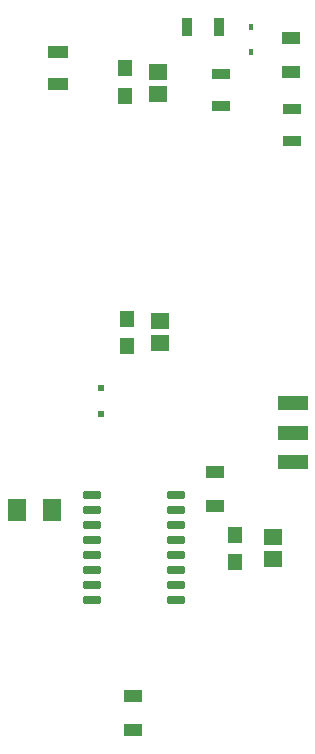
<source format=gbr>
%TF.GenerationSoftware,Altium Limited,Altium Designer,19.0.15 (446)*%
G04 Layer_Color=128*
%FSLAX42Y42*%
%MOMM*%
%TF.FileFunction,Paste,Bot*%
%TF.Part,Single*%
G01*
G75*
%TA.AperFunction,SMDPad,CuDef*%
%ADD10R,1.55X0.90*%
%ADD11R,1.60X0.90*%
%ADD12R,1.70X1.10*%
%ADD14R,0.90X1.60*%
%ADD19R,0.45X0.59*%
%TA.AperFunction,ConnectorPad*%
%ADD30R,2.50X1.20*%
%TA.AperFunction,SMDPad,CuDef*%
%ADD31R,1.65X1.10*%
%ADD32R,1.50X1.40*%
%ADD33R,1.15X1.45*%
%ADD34R,0.60X0.60*%
G04:AMPARAMS|DCode=35|XSize=0.6mm|YSize=1.45mm|CornerRadius=0.05mm|HoleSize=0mm|Usage=FLASHONLY|Rotation=270.000|XOffset=0mm|YOffset=0mm|HoleType=Round|Shape=RoundedRectangle|*
%AMROUNDEDRECTD35*
21,1,0.60,1.35,0,0,270.0*
21,1,0.50,1.45,0,0,270.0*
1,1,0.10,-0.67,-0.25*
1,1,0.10,-0.67,0.25*
1,1,0.10,0.67,0.25*
1,1,0.10,0.67,-0.25*
%
%ADD35ROUNDEDRECTD35*%
%ADD36R,1.55X1.90*%
D10*
X6000Y11425D02*
D03*
Y11160D02*
D03*
D11*
X6600Y10860D02*
D03*
Y11130D02*
D03*
D12*
X4617Y11343D02*
D03*
Y11612D02*
D03*
D14*
X5980Y11822D02*
D03*
X5710D02*
D03*
D19*
X6250Y11612D02*
D03*
Y11823D02*
D03*
D30*
X6610Y8640D02*
D03*
Y8390D02*
D03*
Y8140D02*
D03*
D31*
X5953Y8055D02*
D03*
Y7770D02*
D03*
X6593Y11445D02*
D03*
Y11730D02*
D03*
X5255Y6162D02*
D03*
Y5878D02*
D03*
D32*
X5470Y11445D02*
D03*
Y11255D02*
D03*
X5485Y9340D02*
D03*
Y9150D02*
D03*
X6443Y7512D02*
D03*
Y7322D02*
D03*
D33*
X5185Y11245D02*
D03*
Y11475D02*
D03*
X5200Y9125D02*
D03*
Y9355D02*
D03*
X6115Y7297D02*
D03*
Y7528D02*
D03*
D34*
X4983Y8550D02*
D03*
Y8770D02*
D03*
D35*
X5615Y7865D02*
D03*
Y7739D02*
D03*
Y7611D02*
D03*
Y7485D02*
D03*
Y7357D02*
D03*
Y7231D02*
D03*
Y7104D02*
D03*
Y6976D02*
D03*
X4910Y7865D02*
D03*
Y7739D02*
D03*
Y7611D02*
D03*
Y7485D02*
D03*
Y7357D02*
D03*
Y7231D02*
D03*
Y7104D02*
D03*
Y6976D02*
D03*
D36*
X4565Y7740D02*
D03*
X4270D02*
D03*
%TF.MD5,9b6a0b5e60c43735eb32b82eb5326407*%
M02*

</source>
